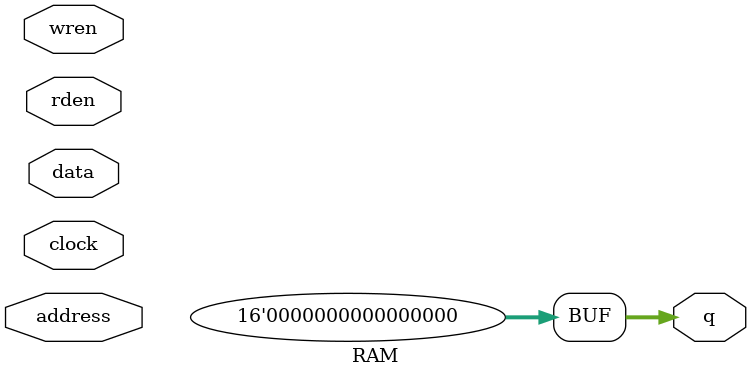
<source format=v>
module RAM(	// file.cleaned.mlir:2:3
  input  [15:0] address,	// file.cleaned.mlir:2:21
  input         clock,	// file.cleaned.mlir:2:40
  input  [15:0] data,	// file.cleaned.mlir:2:56
  input         rden,	// file.cleaned.mlir:2:72
                wren,	// file.cleaned.mlir:2:87
  output [15:0] q	// file.cleaned.mlir:2:103
);

  assign q = 16'h0;	// file.cleaned.mlir:3:15, :4:5
endmodule


</source>
